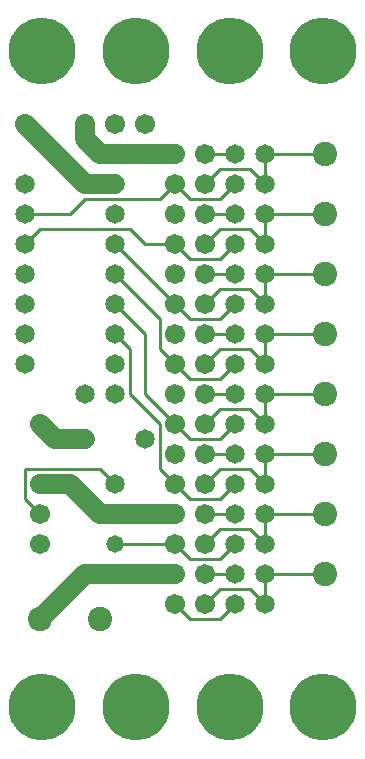
<source format=gbl>
%MOIN*%
%FSLAX25Y25*%
G04 D10 used for Character Trace; *
G04     Circle (OD=.01000) (No hole)*
G04 D11 used for Power Trace; *
G04     Circle (OD=.06700) (No hole)*
G04 D12 used for Signal Trace; *
G04     Circle (OD=.01100) (No hole)*
G04 D13 used for Via; *
G04     Circle (OD=.05800) (Round. Hole ID=.02800)*
G04 D14 used for Component hole; *
G04     Circle (OD=.06500) (Round. Hole ID=.03500)*
G04 D15 used for Component hole; *
G04     Circle (OD=.06700) (Round. Hole ID=.04300)*
G04 D16 used for Component hole; *
G04     Circle (OD=.08100) (Round. Hole ID=.05100)*
G04 D17 used for Component hole; *
G04     Circle (OD=.08900) (Round. Hole ID=.05900)*
G04 D18 used for Component hole; *
G04     Circle (OD=.11300) (Round. Hole ID=.08300)*
G04 D19 used for Component hole; *
G04     Circle (OD=.16000) (Round. Hole ID=.13000)*
G04 D20 used for Component hole; *
G04     Circle (OD=.18300) (Round. Hole ID=.15300)*
G04 D21 used for Component hole; *
G04     Circle (OD=.22291) (Round. Hole ID=.19291)*
%ADD10C,.01000*%
%ADD11C,.06700*%
%ADD12C,.01100*%
%ADD13C,.05800*%
%ADD14C,.06500*%
%ADD15C,.06700*%
%ADD16C,.08100*%
%ADD17C,.08900*%
%ADD18C,.11300*%
%ADD19C,.16000*%
%ADD20C,.18300*%
%ADD21C,.22291*%
%IPPOS*%
%LPD*%
G90*X0Y0D02*D21*X15625Y15625D03*D16*              
X35000Y45000D03*X15000D03*D11*X30000Y60000D01*    
X60000D01*D15*D03*D12*X65000Y65000D02*X75000D01*  
X80000Y70000D01*D14*D03*D12*X90000D02*            
X85000Y75000D01*D14*X90000Y70000D03*D12*Y80000D01*
D14*D03*D12*X110000D01*D16*D03*D14*               
X90000Y100000D03*D12*Y90000D01*D14*D03*D12*       
X85000Y95000D01*X75000D01*X70000Y90000D01*D15*D03*
D12*X65000Y85000D02*X75000D01*X65000D02*          
X60000Y90000D01*D15*D03*D12*X55000Y95000D01*      
Y110000D01*X45000Y120000D01*Y135000D01*           
X40000Y140000D01*D14*D03*D12*X50000Y120000D02*    
Y140000D01*X60000Y110000D02*X50000Y120000D01*D15* 
X60000Y110000D03*D12*X65000Y105000D01*X75000D01*  
X80000Y110000D01*D14*D03*D12*X90000D02*           
X85000Y115000D01*D14*X90000Y110000D03*D12*        
Y120000D01*D14*D03*D12*X110000D01*D16*D03*D14*    
X90000Y140000D03*D12*Y130000D01*D14*D03*D12*      
X85000Y135000D01*X75000D01*X70000Y130000D01*D15*  
D03*D12*X65000Y125000D02*X75000D01*X65000D02*     
X60000Y130000D01*D15*D03*D12*X55000Y135000D01*    
Y145000D01*X40000Y160000D01*D14*D03*D12*          
X50000Y170000D02*X60000D01*D15*D03*D12*           
X65000Y165000D01*X75000D01*X80000Y170000D01*D14*  
D03*D12*X90000D02*X85000Y175000D01*D14*           
X90000Y170000D03*D12*Y180000D01*D14*D03*D12*      
X110000D01*D16*D03*D14*X90000Y200000D03*D12*      
Y190000D01*D14*D03*D12*X85000Y195000D01*X75000D01*
X70000Y190000D01*D15*D03*D12*X65000Y185000D02*    
X75000D01*X65000D02*X60000Y190000D01*D15*D03*D12* 
X55000Y185000D01*X30000D01*X25000Y180000D01*      
X10000D01*D14*D03*D12*Y170000D02*X15000Y175000D01*
D14*X10000Y170000D03*D12*X15000Y175000D02*        
X45000D01*X50000Y170000D01*D15*X60000Y160000D03*  
Y180000D03*D14*X40000D03*Y170000D03*D12*          
X60000Y150000D01*D15*D03*D12*X65000Y145000D01*    
X75000D01*X80000Y150000D01*D14*D03*D12*X90000D02* 
X85000Y155000D01*D14*X90000Y150000D03*D12*        
Y160000D01*D14*D03*D12*X110000D01*D16*D03*D12*    
X90000Y140000D02*X110000D01*D16*D03*D12*          
X75000Y115000D02*X85000D01*X70000Y110000D02*      
X75000Y115000D01*D15*X70000Y110000D03*D14*        
X80000Y100000D03*D12*X70000D01*D15*D03*D14*       
X80000Y90000D03*D12*X75000Y85000D01*D14*          
X80000Y80000D03*D12*X70000D01*D15*D03*D12*        
Y70000D02*X75000Y75000D01*D15*X70000Y70000D03*D12*
X75000Y75000D02*X85000D01*D15*X70000Y60000D03*D12*
X80000D01*D14*D03*D12*X90000Y50000D02*            
X85000Y55000D01*D14*X90000Y50000D03*D12*Y60000D01*
D14*D03*D12*X110000D01*D16*D03*D12*               
X75000Y55000D02*X85000D01*X70000Y50000D02*        
X75000Y55000D01*D15*X70000Y50000D03*D12*          
X65000Y45000D02*X75000D01*X65000D02*              
X60000Y50000D01*D15*D03*D12*X75000Y45000D02*      
X80000Y50000D01*D14*D03*D12*X65000Y65000D02*      
X60000Y70000D01*D15*D03*D12*X40000D01*D13*D03*D14*
Y80000D03*D11*X35000D01*X25000Y90000D01*X15000D01*
D15*D03*D12*X10000Y85000D02*Y95000D01*            
X15000Y80000D02*X10000Y85000D01*D15*              
X15000Y80000D03*Y70000D03*D12*X10000Y95000D02*    
X35000D01*X40000Y90000D01*D14*D03*D11*Y80000D02*  
X60000D01*D15*D03*Y100000D03*D14*X50000Y105000D03*
X30000D03*D11*X20000D01*X15000Y110000D01*D15*D03* 
D14*X30000Y120000D03*X10000Y130000D03*            
X40000Y120000D03*Y130000D03*X10000Y140000D03*D12* 
X50000D02*X40000Y150000D01*D14*D03*D15*           
X60000Y140000D03*X70000Y120000D03*D12*X80000D01*  
D14*D03*D12*X75000Y125000D02*X80000Y130000D01*D14*
D03*D15*X70000Y140000D03*D12*X80000D01*D14*D03*   
D15*X70000Y150000D03*D12*X75000Y155000D01*        
X85000D01*D14*X80000Y160000D03*D12*X70000D01*D15* 
D03*Y170000D03*D12*X75000Y175000D01*X85000D01*D14*
X80000Y180000D03*D12*X70000D01*D15*D03*D12*       
X75000Y185000D02*X80000Y190000D01*D14*D03*D12*    
X90000Y200000D02*X110000D01*D16*D03*D14*X80000D03*
D12*X70000D01*D15*D03*X60000D03*D11*X35000D01*    
X30000Y205000D01*Y210000D01*D15*D03*X40000D03*D14*
X10000Y190000D03*D15*X50000Y210000D03*X10000D03*  
D11*X30000Y190000D01*X40000D01*D14*D03*           
X10000Y160000D03*Y150000D03*D21*X78125Y234375D03* 
X46875D03*X15625D03*D15*X60000Y120000D03*D21*     
X109375Y234375D03*D12*X90000Y100000D02*X110000D01*
D16*D03*D21*X46875Y15625D03*X78125D03*X109375D03* 
M02*                                              

</source>
